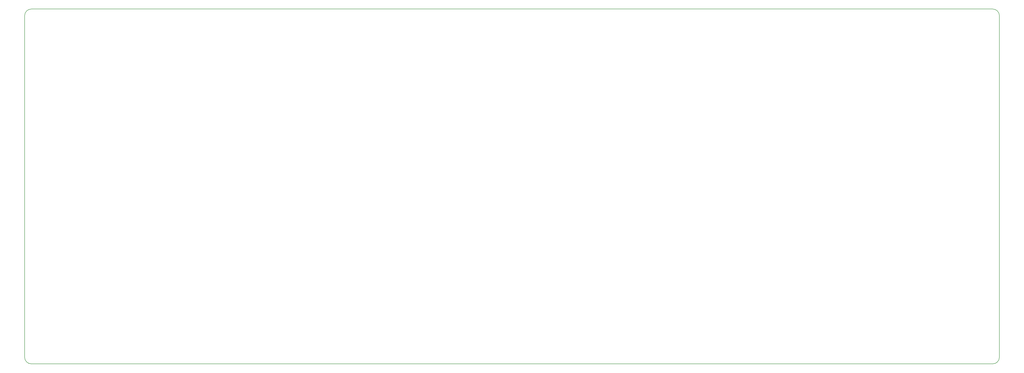
<source format=gbr>
%TF.GenerationSoftware,KiCad,Pcbnew,(6.0.11)*%
%TF.CreationDate,2023-03-19T03:58:12-04:00*%
%TF.ProjectId,bottom-no-hole,626f7474-6f6d-42d6-9e6f-2d686f6c652e,rev?*%
%TF.SameCoordinates,Original*%
%TF.FileFunction,Profile,NP*%
%FSLAX46Y46*%
G04 Gerber Fmt 4.6, Leading zero omitted, Abs format (unit mm)*
G04 Created by KiCad (PCBNEW (6.0.11)) date 2023-03-19 03:58:12*
%MOMM*%
%LPD*%
G01*
G04 APERTURE LIST*
%TA.AperFunction,Profile*%
%ADD10C,0.200000*%
%TD*%
G04 APERTURE END LIST*
D10*
X315700000Y86852446D02*
X315700000Y-52000000D01*
X-76999999Y89552446D02*
G75*
G03*
X-79699999Y86852446I1J-2700001D01*
G01*
X-79699999Y-52000000D02*
X-79699999Y86852446D01*
X313000000Y-54700000D02*
G75*
G03*
X315700000Y-52000000I0J2700000D01*
G01*
X-79699999Y-52000000D02*
G75*
G03*
X-76999999Y-54700000I2700001J1D01*
G01*
X-76999999Y89552446D02*
X313000000Y89552446D01*
X315700046Y86852446D02*
G75*
G03*
X313000000Y89552446I-2700046J-46D01*
G01*
X313000000Y-54700000D02*
X-76999999Y-54700000D01*
M02*

</source>
